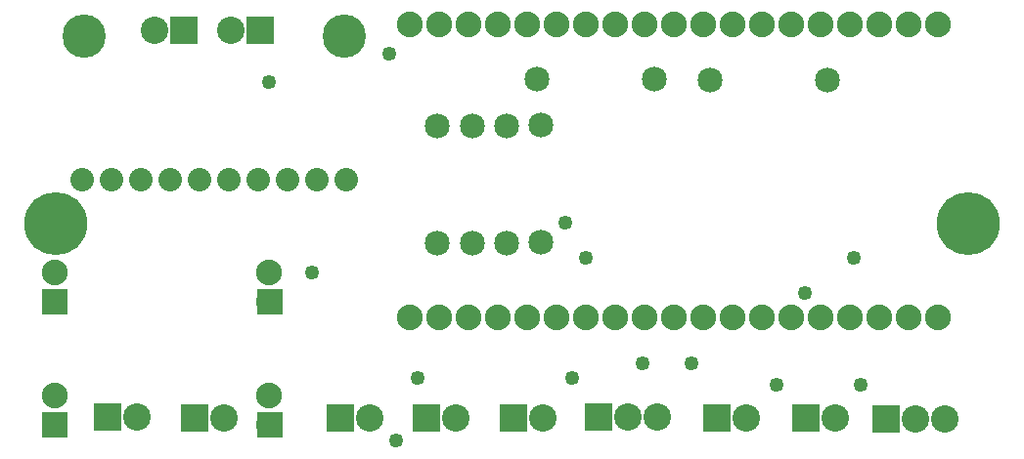
<source format=gbs>
G04 MADE WITH FRITZING*
G04 WWW.FRITZING.ORG*
G04 DOUBLE SIDED*
G04 HOLES PLATED*
G04 CONTOUR ON CENTER OF CONTOUR VECTOR*
%FSLAX26Y26*%
%MOIN*%
%ADD10C,0.049370*%
%ADD11C,0.214725*%
%ADD12C,0.147795*%
%ADD13C,0.088000*%
%ADD14C,0.085000*%
%ADD15C,0.093307*%
%ADD16C,0.080000*%
%ADD17R,0.093307X0.093307*%
%ADD18R,0.088000X0.088000*%
G04 MASK0*
%FSLAX26Y26*%
%MOIN*%
D10*
X1356000Y50800D03*
X1068000Y626801D03*
X1428000Y266800D03*
X1932000Y794801D03*
X2748000Y554800D03*
X1956000Y266800D03*
X2652000Y242800D03*
X923999Y1274801D03*
X2916000Y674801D03*
X2004000Y674801D03*
X1332000Y1370801D03*
X2940000Y242800D03*
X2196000Y314800D03*
X2364000Y314800D03*
D11*
X196325Y790767D03*
D12*
X1178050Y1432853D03*
D13*
X3201060Y1473251D03*
X3101050Y1473251D03*
X3001050Y1473251D03*
X2901050Y1473251D03*
X2801050Y1473251D03*
X2701050Y1473251D03*
X2601030Y1473251D03*
X2501030Y1473251D03*
X2401030Y1473251D03*
X2301020Y1473251D03*
X2201020Y1473251D03*
X2101020Y1473251D03*
X2001020Y1473251D03*
X1901020Y1473251D03*
X1801010Y1473251D03*
X1701010Y1473251D03*
X1601010Y1473251D03*
X1501010Y1473251D03*
X1401010Y1473251D03*
X1401050Y473360D03*
X1501050Y473360D03*
X1601050Y473360D03*
X1701050Y473360D03*
X1801050Y473360D03*
X1901050Y473360D03*
X2001060Y473360D03*
X2101060Y473360D03*
X2201060Y473360D03*
X2301060Y473360D03*
X2401080Y473360D03*
X2501080Y473360D03*
X2601080Y473360D03*
X2701090Y473360D03*
X2801090Y473360D03*
X2901090Y473360D03*
X3001090Y473360D03*
X3101090Y473360D03*
X3201090Y473360D03*
D14*
X2426290Y1282864D03*
X2826290Y1282864D03*
X1497410Y1125873D03*
X1497410Y725873D03*
X2235330Y1283898D03*
X1835330Y1283898D03*
D15*
X2448310Y128210D03*
X2548310Y128210D03*
X2752470Y127490D03*
X2852470Y127490D03*
X3024410Y126940D03*
X3124410Y126940D03*
X3224410Y126940D03*
X2045490Y130710D03*
X2145490Y130710D03*
X2245490Y130710D03*
X1755820Y128670D03*
X1855820Y128670D03*
X631406Y1451051D03*
X531406Y1451051D03*
X891467Y1451917D03*
X791467Y1451917D03*
X1458220Y128820D03*
X1558220Y128820D03*
X1164620Y128410D03*
X1264620Y128410D03*
X373900Y131530D03*
X473900Y131530D03*
X668993Y128490D03*
X768993Y128490D03*
D16*
X1184910Y942080D03*
X1084910Y942080D03*
X984906Y942080D03*
X884906Y942080D03*
X784906Y942080D03*
X684906Y942080D03*
X584906Y942080D03*
X484906Y942080D03*
X384906Y942080D03*
X284906Y942080D03*
D14*
X1734070Y1125581D03*
X1734070Y725581D03*
X1616920Y1125117D03*
X1616920Y725117D03*
X1849490Y1127949D03*
X1849490Y727949D03*
D11*
X3306560Y790767D03*
D12*
X292362Y1432837D03*
D13*
X193569Y626594D03*
X193569Y206590D03*
X924139Y626594D03*
X924139Y526590D03*
X923567Y206590D03*
X193569Y526590D03*
X193569Y106590D03*
X923567Y106590D03*
D17*
X2448314Y128206D03*
X2752474Y127486D03*
X3024414Y126936D03*
X2045494Y130706D03*
X1755824Y128666D03*
X631406Y1451051D03*
X891467Y1451917D03*
X1458224Y128816D03*
X1164624Y128406D03*
X373900Y131526D03*
X668994Y128486D03*
D18*
X924522Y526600D03*
X193522Y526600D03*
X193522Y106600D03*
X924522Y106600D03*
G04 End of Mask0*
M02*
</source>
